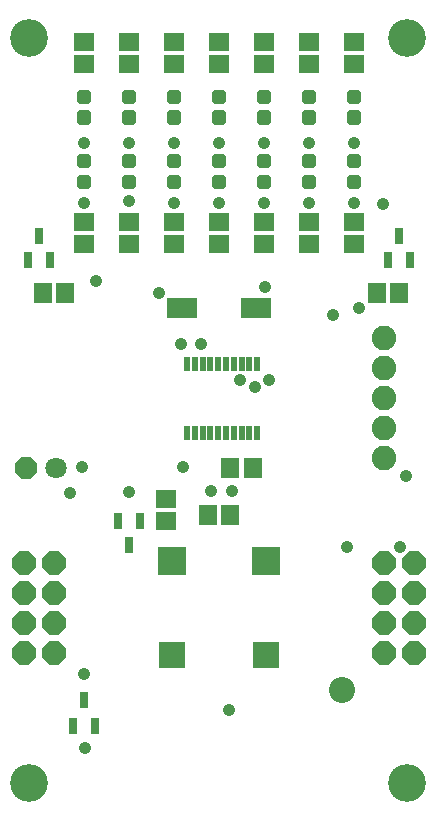
<source format=gbr>
G04 EAGLE Gerber RS-274X export*
G75*
%MOMM*%
%FSLAX34Y34*%
%LPD*%
%INSoldermask Top*%
%IPPOS*%
%AMOC8*
5,1,8,0,0,1.08239X$1,22.5*%
G01*
%ADD10C,3.203200*%
%ADD11C,0.505344*%
%ADD12R,1.703200X1.503200*%
%ADD13R,0.603200X1.203200*%
%ADD14R,2.453200X2.453200*%
%ADD15R,2.250000X2.250000*%
%ADD16R,2.503200X1.803200*%
%ADD17R,1.503200X1.703200*%
%ADD18P,2.199416X8X292.500000*%
%ADD19P,2.199416X8X112.500000*%
%ADD20C,2.203200*%
%ADD21P,1.951982X8X202.500000*%
%ADD22C,1.803400*%
%ADD23R,0.803200X1.353200*%
%ADD24C,2.082800*%
%ADD25R,0.803200X1.453200*%
%ADD26C,1.061200*%


D10*
X30000Y660000D03*
X350000Y660000D03*
X30000Y30000D03*
X350000Y30000D03*
D11*
X308290Y541970D02*
X301310Y541970D01*
X308290Y541970D02*
X308290Y534990D01*
X301310Y534990D01*
X301310Y541970D01*
X301310Y539790D02*
X308290Y539790D01*
X308290Y559510D02*
X301310Y559510D01*
X308290Y559510D02*
X308290Y552530D01*
X301310Y552530D01*
X301310Y559510D01*
X301310Y557330D02*
X308290Y557330D01*
X308290Y596580D02*
X301310Y596580D01*
X308290Y596580D02*
X308290Y589600D01*
X301310Y589600D01*
X301310Y596580D01*
X301310Y594400D02*
X308290Y594400D01*
X308290Y614120D02*
X301310Y614120D01*
X308290Y614120D02*
X308290Y607140D01*
X301310Y607140D01*
X301310Y614120D01*
X301310Y611940D02*
X308290Y611940D01*
X193990Y596580D02*
X187010Y596580D01*
X193990Y596580D02*
X193990Y589600D01*
X187010Y589600D01*
X187010Y596580D01*
X187010Y594400D02*
X193990Y594400D01*
X193990Y614120D02*
X187010Y614120D01*
X193990Y614120D02*
X193990Y607140D01*
X187010Y607140D01*
X187010Y614120D01*
X187010Y611940D02*
X193990Y611940D01*
X155890Y596580D02*
X148910Y596580D01*
X155890Y596580D02*
X155890Y589600D01*
X148910Y589600D01*
X148910Y596580D01*
X148910Y594400D02*
X155890Y594400D01*
X155890Y614120D02*
X148910Y614120D01*
X155890Y614120D02*
X155890Y607140D01*
X148910Y607140D01*
X148910Y614120D01*
X148910Y611940D02*
X155890Y611940D01*
X117790Y596580D02*
X110810Y596580D01*
X117790Y596580D02*
X117790Y589600D01*
X110810Y589600D01*
X110810Y596580D01*
X110810Y594400D02*
X117790Y594400D01*
X117790Y614120D02*
X110810Y614120D01*
X117790Y614120D02*
X117790Y607140D01*
X110810Y607140D01*
X110810Y614120D01*
X110810Y611940D02*
X117790Y611940D01*
X79690Y596580D02*
X72710Y596580D01*
X79690Y596580D02*
X79690Y589600D01*
X72710Y589600D01*
X72710Y596580D01*
X72710Y594400D02*
X79690Y594400D01*
X79690Y614120D02*
X72710Y614120D01*
X79690Y614120D02*
X79690Y607140D01*
X72710Y607140D01*
X72710Y614120D01*
X72710Y611940D02*
X79690Y611940D01*
X263210Y541970D02*
X270190Y541970D01*
X270190Y534990D01*
X263210Y534990D01*
X263210Y541970D01*
X263210Y539790D02*
X270190Y539790D01*
X270190Y559510D02*
X263210Y559510D01*
X270190Y559510D02*
X270190Y552530D01*
X263210Y552530D01*
X263210Y559510D01*
X263210Y557330D02*
X270190Y557330D01*
X232090Y541970D02*
X225110Y541970D01*
X232090Y541970D02*
X232090Y534990D01*
X225110Y534990D01*
X225110Y541970D01*
X225110Y539790D02*
X232090Y539790D01*
X232090Y559510D02*
X225110Y559510D01*
X232090Y559510D02*
X232090Y552530D01*
X225110Y552530D01*
X225110Y559510D01*
X225110Y557330D02*
X232090Y557330D01*
X193990Y541970D02*
X187010Y541970D01*
X193990Y541970D02*
X193990Y534990D01*
X187010Y534990D01*
X187010Y541970D01*
X187010Y539790D02*
X193990Y539790D01*
X193990Y559510D02*
X187010Y559510D01*
X193990Y559510D02*
X193990Y552530D01*
X187010Y552530D01*
X187010Y559510D01*
X187010Y557330D02*
X193990Y557330D01*
X155890Y541970D02*
X148910Y541970D01*
X155890Y541970D02*
X155890Y534990D01*
X148910Y534990D01*
X148910Y541970D01*
X148910Y539790D02*
X155890Y539790D01*
X155890Y559510D02*
X148910Y559510D01*
X155890Y559510D02*
X155890Y552530D01*
X148910Y552530D01*
X148910Y559510D01*
X148910Y557330D02*
X155890Y557330D01*
X117790Y541970D02*
X110810Y541970D01*
X117790Y541970D02*
X117790Y534990D01*
X110810Y534990D01*
X110810Y541970D01*
X110810Y539790D02*
X117790Y539790D01*
X117790Y559510D02*
X110810Y559510D01*
X117790Y559510D02*
X117790Y552530D01*
X110810Y552530D01*
X110810Y559510D01*
X110810Y557330D02*
X117790Y557330D01*
X79690Y541970D02*
X72710Y541970D01*
X79690Y541970D02*
X79690Y534990D01*
X72710Y534990D01*
X72710Y541970D01*
X72710Y539790D02*
X79690Y539790D01*
X79690Y559510D02*
X72710Y559510D01*
X79690Y559510D02*
X79690Y552530D01*
X72710Y552530D01*
X72710Y559510D01*
X72710Y557330D02*
X79690Y557330D01*
X263210Y596580D02*
X270190Y596580D01*
X270190Y589600D01*
X263210Y589600D01*
X263210Y596580D01*
X263210Y594400D02*
X270190Y594400D01*
X270190Y614120D02*
X263210Y614120D01*
X270190Y614120D02*
X270190Y607140D01*
X263210Y607140D01*
X263210Y614120D01*
X263210Y611940D02*
X270190Y611940D01*
X232090Y596580D02*
X225110Y596580D01*
X232090Y596580D02*
X232090Y589600D01*
X225110Y589600D01*
X225110Y596580D01*
X225110Y594400D02*
X232090Y594400D01*
X232090Y614120D02*
X225110Y614120D01*
X232090Y614120D02*
X232090Y607140D01*
X225110Y607140D01*
X225110Y614120D01*
X225110Y611940D02*
X232090Y611940D01*
D12*
X304800Y504800D03*
X304800Y485800D03*
X266700Y657200D03*
X266700Y638200D03*
X228600Y657200D03*
X228600Y638200D03*
X190500Y657200D03*
X190500Y638200D03*
X152400Y657200D03*
X152400Y638200D03*
X114300Y657200D03*
X114300Y638200D03*
X76200Y657200D03*
X76200Y638200D03*
X266700Y504800D03*
X266700Y485800D03*
X228600Y504800D03*
X228600Y485800D03*
X190500Y504800D03*
X190500Y485800D03*
X152400Y504800D03*
X152400Y485800D03*
X114300Y504800D03*
X114300Y485800D03*
X76200Y504800D03*
X76200Y485800D03*
X304800Y657200D03*
X304800Y638200D03*
D13*
X223008Y326230D03*
X216404Y326230D03*
X209800Y326170D03*
X203196Y326230D03*
X196592Y326230D03*
X189988Y326230D03*
X183384Y326230D03*
X176780Y326230D03*
X170176Y326230D03*
X163572Y326230D03*
X163572Y384650D03*
X170176Y384650D03*
X176780Y384650D03*
X183384Y384650D03*
X189988Y384650D03*
X196592Y384650D03*
X203196Y384650D03*
X209800Y384710D03*
X216404Y384650D03*
X223008Y384650D03*
D14*
X230500Y217800D03*
X150500Y217800D03*
D15*
X150500Y137800D03*
X230500Y137800D03*
D16*
X159000Y431800D03*
X222000Y431800D03*
D17*
X200000Y256700D03*
X181000Y256700D03*
X219050Y295910D03*
X200050Y295910D03*
D18*
X25400Y215900D03*
X50800Y215900D03*
X25400Y190500D03*
X50800Y190500D03*
X25400Y165100D03*
X50800Y165100D03*
X25400Y139700D03*
X50800Y139700D03*
D19*
X355600Y139700D03*
X330200Y139700D03*
X355600Y165100D03*
X330200Y165100D03*
X355600Y190500D03*
X330200Y190500D03*
X355600Y215900D03*
X330200Y215900D03*
D20*
X295000Y108400D03*
D21*
X26924Y296674D03*
D22*
X52324Y296674D03*
D23*
X66600Y77900D03*
X85800Y77900D03*
X76200Y99900D03*
D24*
X330200Y406400D03*
X330200Y381000D03*
X330200Y355600D03*
X330200Y330200D03*
X330200Y304800D03*
D25*
X123850Y251800D03*
X104750Y251800D03*
X114300Y230800D03*
X333350Y472100D03*
X352450Y472100D03*
X342900Y493100D03*
X28550Y472100D03*
X47650Y472100D03*
X38100Y493100D03*
D17*
X324002Y444500D03*
X343002Y444500D03*
X60300Y444500D03*
X41300Y444500D03*
D12*
X145288Y270104D03*
X145288Y251104D03*
D26*
X160290Y296800D03*
X74900Y296800D03*
X201270Y277220D03*
X114000Y276000D03*
X77300Y59200D03*
X343490Y229520D03*
X199390Y91440D03*
X139700Y444500D03*
X299260Y229250D03*
X86614Y454406D03*
X64760Y275540D03*
X158674Y400983D03*
X309118Y431800D03*
X329565Y520065D03*
X304800Y520700D03*
X266700Y520700D03*
X228600Y520700D03*
X190500Y520700D03*
X152400Y520700D03*
X114300Y521970D03*
X76200Y520700D03*
X232636Y371100D03*
X208280Y370840D03*
X220980Y364490D03*
X76200Y571500D03*
X114300Y571500D03*
X152400Y571500D03*
X190500Y571500D03*
X228600Y571500D03*
X266700Y571500D03*
X304800Y571500D03*
X287020Y425450D03*
X229870Y449580D03*
X175260Y401320D03*
X349250Y289560D03*
X184150Y276860D03*
X76200Y121920D03*
M02*

</source>
